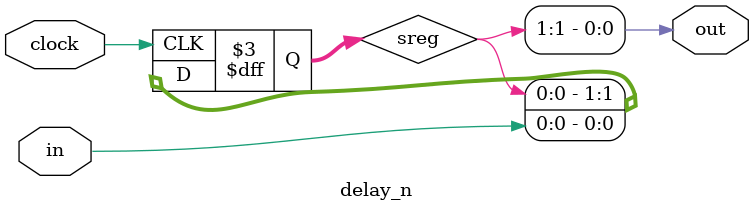
<source format=v>
module delay_n
  (
   input  clock,
   input  in,
   output out
   );
   parameter N = 2;
   reg [N-1:0] sreg = 0;
   assign out = sreg[N-1];
   always @ (posedge clock)
     sreg <= {sreg[N-2:0],in};
endmodule
</source>
